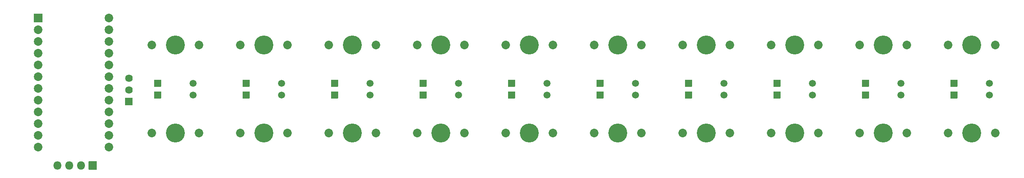
<source format=gbr>
G04 #@! TF.GenerationSoftware,KiCad,Pcbnew,5.1.12-1.fc33*
G04 #@! TF.CreationDate,2021-12-28T16:25:16-05:00*
G04 #@! TF.ProjectId,crisco,63726973-636f-42e6-9b69-6361645f7063,rev?*
G04 #@! TF.SameCoordinates,Original*
G04 #@! TF.FileFunction,Soldermask,Top*
G04 #@! TF.FilePolarity,Negative*
%FSLAX46Y46*%
G04 Gerber Fmt 4.6, Leading zero omitted, Abs format (unit mm)*
G04 Created by KiCad (PCBNEW 5.1.12-1.fc33) date 2021-12-28 16:25:16*
%MOMM*%
%LPD*%
G01*
G04 APERTURE LIST*
%ADD10C,1.499000*%
%ADD11O,1.802000X1.802000*%
%ADD12C,1.852000*%
%ADD13C,4.089800*%
%ADD14C,1.854600*%
%ADD15C,1.626000*%
G04 APERTURE END LIST*
G36*
G01*
X105295500Y-87058501D02*
X105295500Y-85661499D01*
G75*
G02*
X105346499Y-85610500I50999J0D01*
G01*
X106743501Y-85610500D01*
G75*
G02*
X106794500Y-85661499I0J-50999D01*
G01*
X106794500Y-87058501D01*
G75*
G02*
X106743501Y-87109500I-50999J0D01*
G01*
X105346499Y-87109500D01*
G75*
G02*
X105295500Y-87058501I0J50999D01*
G01*
G37*
D10*
X113665000Y-86360000D03*
G36*
G01*
X48145500Y-87058501D02*
X48145500Y-85661499D01*
G75*
G02*
X48196499Y-85610500I50999J0D01*
G01*
X49593501Y-85610500D01*
G75*
G02*
X49644500Y-85661499I0J-50999D01*
G01*
X49644500Y-87058501D01*
G75*
G02*
X49593501Y-87109500I-50999J0D01*
G01*
X48196499Y-87109500D01*
G75*
G02*
X48145500Y-87058501I0J50999D01*
G01*
G37*
X56515000Y-86360000D03*
G36*
G01*
X67195500Y-87058501D02*
X67195500Y-85661499D01*
G75*
G02*
X67246499Y-85610500I50999J0D01*
G01*
X68643501Y-85610500D01*
G75*
G02*
X68694500Y-85661499I0J-50999D01*
G01*
X68694500Y-87058501D01*
G75*
G02*
X68643501Y-87109500I-50999J0D01*
G01*
X67246499Y-87109500D01*
G75*
G02*
X67195500Y-87058501I0J50999D01*
G01*
G37*
X75565000Y-86360000D03*
G36*
G01*
X86245500Y-87058501D02*
X86245500Y-85661499D01*
G75*
G02*
X86296499Y-85610500I50999J0D01*
G01*
X87693501Y-85610500D01*
G75*
G02*
X87744500Y-85661499I0J-50999D01*
G01*
X87744500Y-87058501D01*
G75*
G02*
X87693501Y-87109500I-50999J0D01*
G01*
X86296499Y-87109500D01*
G75*
G02*
X86245500Y-87058501I0J50999D01*
G01*
G37*
X94615000Y-86360000D03*
G36*
G01*
X48145500Y-89598501D02*
X48145500Y-88201499D01*
G75*
G02*
X48196499Y-88150500I50999J0D01*
G01*
X49593501Y-88150500D01*
G75*
G02*
X49644500Y-88201499I0J-50999D01*
G01*
X49644500Y-89598501D01*
G75*
G02*
X49593501Y-89649500I-50999J0D01*
G01*
X48196499Y-89649500D01*
G75*
G02*
X48145500Y-89598501I0J50999D01*
G01*
G37*
X56515000Y-88900000D03*
G36*
G01*
X67195500Y-89598501D02*
X67195500Y-88201499D01*
G75*
G02*
X67246499Y-88150500I50999J0D01*
G01*
X68643501Y-88150500D01*
G75*
G02*
X68694500Y-88201499I0J-50999D01*
G01*
X68694500Y-89598501D01*
G75*
G02*
X68643501Y-89649500I-50999J0D01*
G01*
X67246499Y-89649500D01*
G75*
G02*
X67195500Y-89598501I0J50999D01*
G01*
G37*
X75565000Y-88900000D03*
G36*
G01*
X86245500Y-89598501D02*
X86245500Y-88201499D01*
G75*
G02*
X86296499Y-88150500I50999J0D01*
G01*
X87693501Y-88150500D01*
G75*
G02*
X87744500Y-88201499I0J-50999D01*
G01*
X87744500Y-89598501D01*
G75*
G02*
X87693501Y-89649500I-50999J0D01*
G01*
X86296499Y-89649500D01*
G75*
G02*
X86245500Y-89598501I0J50999D01*
G01*
G37*
X94615000Y-88900000D03*
G36*
G01*
X105295500Y-89598501D02*
X105295500Y-88201499D01*
G75*
G02*
X105346499Y-88150500I50999J0D01*
G01*
X106743501Y-88150500D01*
G75*
G02*
X106794500Y-88201499I0J-50999D01*
G01*
X106794500Y-89598501D01*
G75*
G02*
X106743501Y-89649500I-50999J0D01*
G01*
X105346499Y-89649500D01*
G75*
G02*
X105295500Y-89598501I0J50999D01*
G01*
G37*
X113665000Y-88900000D03*
G36*
G01*
X219595500Y-87058501D02*
X219595500Y-85661499D01*
G75*
G02*
X219646499Y-85610500I50999J0D01*
G01*
X221043501Y-85610500D01*
G75*
G02*
X221094500Y-85661499I0J-50999D01*
G01*
X221094500Y-87058501D01*
G75*
G02*
X221043501Y-87109500I-50999J0D01*
G01*
X219646499Y-87109500D01*
G75*
G02*
X219595500Y-87058501I0J50999D01*
G01*
G37*
X227965000Y-86360000D03*
G36*
G01*
X219595500Y-89598501D02*
X219595500Y-88201499D01*
G75*
G02*
X219646499Y-88150500I50999J0D01*
G01*
X221043501Y-88150500D01*
G75*
G02*
X221094500Y-88201499I0J-50999D01*
G01*
X221094500Y-89598501D01*
G75*
G02*
X221043501Y-89649500I-50999J0D01*
G01*
X219646499Y-89649500D01*
G75*
G02*
X219595500Y-89598501I0J50999D01*
G01*
G37*
X227965000Y-88900000D03*
G36*
G01*
X200545500Y-89598501D02*
X200545500Y-88201499D01*
G75*
G02*
X200596499Y-88150500I50999J0D01*
G01*
X201993501Y-88150500D01*
G75*
G02*
X202044500Y-88201499I0J-50999D01*
G01*
X202044500Y-89598501D01*
G75*
G02*
X201993501Y-89649500I-50999J0D01*
G01*
X200596499Y-89649500D01*
G75*
G02*
X200545500Y-89598501I0J50999D01*
G01*
G37*
X208915000Y-88900000D03*
G36*
G01*
X181495500Y-89598501D02*
X181495500Y-88201499D01*
G75*
G02*
X181546499Y-88150500I50999J0D01*
G01*
X182943501Y-88150500D01*
G75*
G02*
X182994500Y-88201499I0J-50999D01*
G01*
X182994500Y-89598501D01*
G75*
G02*
X182943501Y-89649500I-50999J0D01*
G01*
X181546499Y-89649500D01*
G75*
G02*
X181495500Y-89598501I0J50999D01*
G01*
G37*
X189865000Y-88900000D03*
G36*
G01*
X162445500Y-89598501D02*
X162445500Y-88201499D01*
G75*
G02*
X162496499Y-88150500I50999J0D01*
G01*
X163893501Y-88150500D01*
G75*
G02*
X163944500Y-88201499I0J-50999D01*
G01*
X163944500Y-89598501D01*
G75*
G02*
X163893501Y-89649500I-50999J0D01*
G01*
X162496499Y-89649500D01*
G75*
G02*
X162445500Y-89598501I0J50999D01*
G01*
G37*
X170815000Y-88900000D03*
G36*
G01*
X143395500Y-89598501D02*
X143395500Y-88201499D01*
G75*
G02*
X143446499Y-88150500I50999J0D01*
G01*
X144843501Y-88150500D01*
G75*
G02*
X144894500Y-88201499I0J-50999D01*
G01*
X144894500Y-89598501D01*
G75*
G02*
X144843501Y-89649500I-50999J0D01*
G01*
X143446499Y-89649500D01*
G75*
G02*
X143395500Y-89598501I0J50999D01*
G01*
G37*
X151765000Y-88900000D03*
G36*
G01*
X124345500Y-89598501D02*
X124345500Y-88201499D01*
G75*
G02*
X124396499Y-88150500I50999J0D01*
G01*
X125793501Y-88150500D01*
G75*
G02*
X125844500Y-88201499I0J-50999D01*
G01*
X125844500Y-89598501D01*
G75*
G02*
X125793501Y-89649500I-50999J0D01*
G01*
X124396499Y-89649500D01*
G75*
G02*
X124345500Y-89598501I0J50999D01*
G01*
G37*
X132715000Y-88900000D03*
G36*
G01*
X200545500Y-87058501D02*
X200545500Y-85661499D01*
G75*
G02*
X200596499Y-85610500I50999J0D01*
G01*
X201993501Y-85610500D01*
G75*
G02*
X202044500Y-85661499I0J-50999D01*
G01*
X202044500Y-87058501D01*
G75*
G02*
X201993501Y-87109500I-50999J0D01*
G01*
X200596499Y-87109500D01*
G75*
G02*
X200545500Y-87058501I0J50999D01*
G01*
G37*
X208915000Y-86360000D03*
G36*
G01*
X181495500Y-87058501D02*
X181495500Y-85661499D01*
G75*
G02*
X181546499Y-85610500I50999J0D01*
G01*
X182943501Y-85610500D01*
G75*
G02*
X182994500Y-85661499I0J-50999D01*
G01*
X182994500Y-87058501D01*
G75*
G02*
X182943501Y-87109500I-50999J0D01*
G01*
X181546499Y-87109500D01*
G75*
G02*
X181495500Y-87058501I0J50999D01*
G01*
G37*
X189865000Y-86360000D03*
G36*
G01*
X162445500Y-87058501D02*
X162445500Y-85661499D01*
G75*
G02*
X162496499Y-85610500I50999J0D01*
G01*
X163893501Y-85610500D01*
G75*
G02*
X163944500Y-85661499I0J-50999D01*
G01*
X163944500Y-87058501D01*
G75*
G02*
X163893501Y-87109500I-50999J0D01*
G01*
X162496499Y-87109500D01*
G75*
G02*
X162445500Y-87058501I0J50999D01*
G01*
G37*
X170815000Y-86360000D03*
G36*
G01*
X143395500Y-87058501D02*
X143395500Y-85661499D01*
G75*
G02*
X143446499Y-85610500I50999J0D01*
G01*
X144843501Y-85610500D01*
G75*
G02*
X144894500Y-85661499I0J-50999D01*
G01*
X144894500Y-87058501D01*
G75*
G02*
X144843501Y-87109500I-50999J0D01*
G01*
X143446499Y-87109500D01*
G75*
G02*
X143395500Y-87058501I0J50999D01*
G01*
G37*
X151765000Y-86360000D03*
G36*
G01*
X124345500Y-87058501D02*
X124345500Y-85661499D01*
G75*
G02*
X124396499Y-85610500I50999J0D01*
G01*
X125793501Y-85610500D01*
G75*
G02*
X125844500Y-85661499I0J-50999D01*
G01*
X125844500Y-87058501D01*
G75*
G02*
X125793501Y-87109500I-50999J0D01*
G01*
X124396499Y-87109500D01*
G75*
G02*
X124345500Y-87058501I0J50999D01*
G01*
G37*
X132715000Y-86360000D03*
D11*
X27305000Y-104140000D03*
X29845000Y-104140000D03*
X32385000Y-104140000D03*
G36*
G01*
X34075000Y-103239000D02*
X35775000Y-103239000D01*
G75*
G02*
X35826000Y-103290000I0J-51000D01*
G01*
X35826000Y-104990000D01*
G75*
G02*
X35775000Y-105041000I-51000J0D01*
G01*
X34075000Y-105041000D01*
G75*
G02*
X34024000Y-104990000I0J51000D01*
G01*
X34024000Y-103290000D01*
G75*
G02*
X34075000Y-103239000I51000J0D01*
G01*
G37*
D12*
X76835000Y-97155000D03*
X66675000Y-97155000D03*
D13*
X71755000Y-97155000D03*
G36*
G01*
X22301200Y-71303950D02*
X24053800Y-71303950D01*
G75*
G02*
X24104800Y-71354950I0J-51000D01*
G01*
X24104800Y-73107550D01*
G75*
G02*
X24053800Y-73158550I-51000J0D01*
G01*
X22301200Y-73158550D01*
G75*
G02*
X22250200Y-73107550I0J51000D01*
G01*
X22250200Y-71354950D01*
G75*
G02*
X22301200Y-71303950I51000J0D01*
G01*
G37*
D14*
X23177500Y-74771250D03*
X23177500Y-77311250D03*
X23177500Y-79851250D03*
X23177500Y-82391250D03*
X23177500Y-84931250D03*
X23177500Y-87471250D03*
X23177500Y-90011250D03*
X23177500Y-92551250D03*
X23177500Y-95091250D03*
X23177500Y-97631250D03*
X38417500Y-100171250D03*
X38417500Y-97631250D03*
X38417500Y-95091250D03*
X38417500Y-92551250D03*
X38417500Y-90011250D03*
X38417500Y-87471250D03*
X38417500Y-84931250D03*
X38417500Y-82391250D03*
X38417500Y-79851250D03*
X38417500Y-77311250D03*
X38417500Y-74771250D03*
X23177500Y-100171250D03*
X38417500Y-72231250D03*
D13*
X224155000Y-97155000D03*
D12*
X219075000Y-97155000D03*
X229235000Y-97155000D03*
D13*
X205105000Y-97155000D03*
D12*
X200025000Y-97155000D03*
X210185000Y-97155000D03*
D13*
X186055000Y-97155000D03*
D12*
X180975000Y-97155000D03*
X191135000Y-97155000D03*
D13*
X167005000Y-97155000D03*
D12*
X161925000Y-97155000D03*
X172085000Y-97155000D03*
D13*
X147955000Y-97155000D03*
D12*
X142875000Y-97155000D03*
X153035000Y-97155000D03*
D13*
X128905000Y-97155000D03*
D12*
X123825000Y-97155000D03*
X133985000Y-97155000D03*
D13*
X109855000Y-97155000D03*
D12*
X104775000Y-97155000D03*
X114935000Y-97155000D03*
D13*
X224155000Y-78105000D03*
D12*
X219075000Y-78105000D03*
X229235000Y-78105000D03*
D13*
X205105000Y-78105000D03*
D12*
X200025000Y-78105000D03*
X210185000Y-78105000D03*
D13*
X186055000Y-78105000D03*
D12*
X180975000Y-78105000D03*
X191135000Y-78105000D03*
D13*
X167005000Y-78105000D03*
D12*
X161925000Y-78105000D03*
X172085000Y-78105000D03*
D13*
X147955000Y-78105000D03*
D12*
X142875000Y-78105000D03*
X153035000Y-78105000D03*
D13*
X128905000Y-78105000D03*
D12*
X123825000Y-78105000D03*
X133985000Y-78105000D03*
D13*
X109855000Y-78105000D03*
D12*
X104775000Y-78105000D03*
X114935000Y-78105000D03*
D13*
X52705000Y-97155000D03*
D12*
X47625000Y-97155000D03*
X57785000Y-97155000D03*
X57785000Y-78105000D03*
X47625000Y-78105000D03*
D13*
X52705000Y-78105000D03*
X71755000Y-78105000D03*
D12*
X66675000Y-78105000D03*
X76835000Y-78105000D03*
X95885000Y-78105000D03*
X85725000Y-78105000D03*
D13*
X90805000Y-78105000D03*
X90805000Y-97155000D03*
D12*
X85725000Y-97155000D03*
X95885000Y-97155000D03*
G36*
G01*
X43516750Y-89566750D02*
X43516750Y-91090750D01*
G75*
G02*
X43465750Y-91141750I-51000J0D01*
G01*
X41941750Y-91141750D01*
G75*
G02*
X41890750Y-91090750I0J51000D01*
G01*
X41890750Y-89566750D01*
G75*
G02*
X41941750Y-89515750I51000J0D01*
G01*
X43465750Y-89515750D01*
G75*
G02*
X43516750Y-89566750I0J-51000D01*
G01*
G37*
D15*
X42703750Y-87788750D03*
X42703750Y-85248750D03*
M02*

</source>
